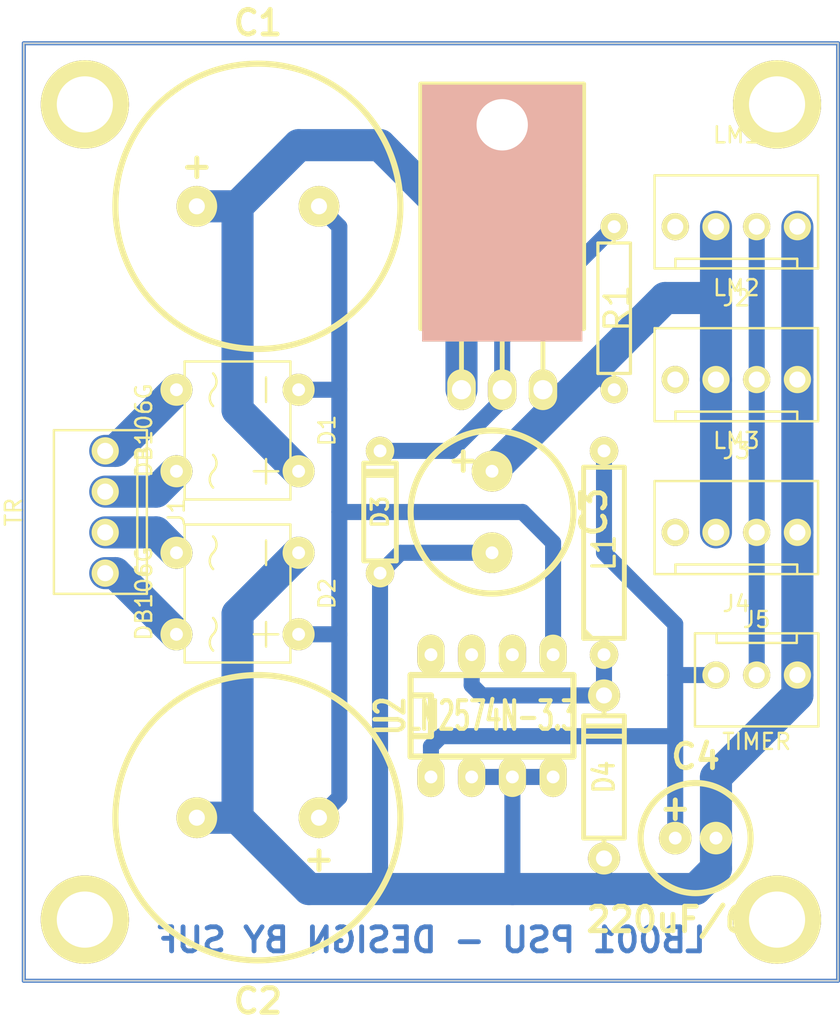
<source format=kicad_pcb>
(kicad_pcb (version 3) (host pcbnew "(2013-07-07 BZR 4022)-stable")

  (general
    (links 37)
    (no_connects 1)
    (area 94.8436 119.217018 159.1564 184.6834)
    (thickness 1.6)
    (drawings 5)
    (tracks 86)
    (zones 0)
    (modules 21)
    (nets 13)
  )

  (page A4)
  (layers
    (15 F.Cu signal)
    (0 B.Cu signal)
    (16 B.Adhes user)
    (17 F.Adhes user)
    (18 B.Paste user)
    (19 F.Paste user)
    (20 B.SilkS user)
    (21 F.SilkS user)
    (22 B.Mask user)
    (23 F.Mask user)
    (24 Dwgs.User user)
    (25 Cmts.User user)
    (26 Eco1.User user)
    (27 Eco2.User user)
    (28 Edge.Cuts user)
  )

  (setup
    (last_trace_width 1)
    (user_trace_width 0.5)
    (user_trace_width 1)
    (user_trace_width 2)
    (trace_clearance 0.254)
    (zone_clearance 0.508)
    (zone_45_only no)
    (trace_min 0.254)
    (segment_width 0.2)
    (edge_width 0.1)
    (via_size 0.889)
    (via_drill 0.635)
    (via_min_size 0.889)
    (via_min_drill 0.508)
    (uvia_size 0.508)
    (uvia_drill 0.127)
    (uvias_allowed no)
    (uvia_min_size 0.508)
    (uvia_min_drill 0.127)
    (pcb_text_width 0.3)
    (pcb_text_size 1.5 1.5)
    (mod_edge_width 0.3)
    (mod_text_size 1 1)
    (mod_text_width 0.15)
    (pad_size 1.7 2.5)
    (pad_drill 0.8001)
    (pad_to_mask_clearance 0)
    (aux_axis_origin 101.6 182.245)
    (visible_elements 7FFFFFFF)
    (pcbplotparams
      (layerselection 1)
      (usegerberextensions false)
      (excludeedgelayer true)
      (linewidth 0.150000)
      (plotframeref false)
      (viasonmask false)
      (mode 1)
      (useauxorigin false)
      (hpglpennumber 1)
      (hpglpenspeed 20)
      (hpglpendiameter 15)
      (hpglpenoverlay 2)
      (psnegative false)
      (psa4output false)
      (plotreference true)
      (plotvalue true)
      (plotothertext true)
      (plotinvisibletext false)
      (padsonsilk false)
      (subtractmaskfromsilk false)
      (outputformat 2)
      (mirror false)
      (drillshape 1)
      (scaleselection 1)
      (outputdirectory PSU_GERBER/))
  )

  (net 0 "")
  (net 1 N-0000010)
  (net 2 N-0000011)
  (net 3 N-0000012)
  (net 4 N-0000013)
  (net 5 N-0000014)
  (net 6 N-0000015)
  (net 7 N-000004)
  (net 8 N-000005)
  (net 9 N-000006)
  (net 10 N-000007)
  (net 11 N-000008)
  (net 12 N-000009)

  (net_class Default "This is the default net class."
    (clearance 0.254)
    (trace_width 0.254)
    (via_dia 0.889)
    (via_drill 0.635)
    (uvia_dia 0.508)
    (uvia_drill 0.127)
    (add_net "")
    (add_net N-0000010)
    (add_net N-0000011)
    (add_net N-0000012)
    (add_net N-0000013)
    (add_net N-0000014)
    (add_net N-0000015)
    (add_net N-000004)
    (add_net N-000005)
    (add_net N-000006)
    (add_net N-000007)
    (add_net N-000008)
    (add_net N-000009)
  )

  (module R5 (layer F.Cu) (tedit 525A9576) (tstamp 525AA6F5)
    (at 137.795 155.575 90)
    (descr "Resistance 5 pas")
    (tags R)
    (path /522AAC3F)
    (autoplace_cost180 10)
    (fp_text reference L1 (at 0 0 90) (layer F.SilkS)
      (effects (font (size 1.397 1.27) (thickness 0.2032)))
    )
    (fp_text value 330uH (at 0 0 90) (layer F.SilkS) hide
      (effects (font (size 1.397 1.27) (thickness 0.2032)))
    )
    (fp_line (start -6.35 0) (end -5.334 0) (layer F.SilkS) (width 0.3048))
    (fp_line (start 6.35 0) (end 5.334 0) (layer F.SilkS) (width 0.3048))
    (fp_line (start 5.334 -1.27) (end 5.334 1.27) (layer F.SilkS) (width 0.3048))
    (fp_line (start 5.334 1.27) (end -5.334 1.27) (layer F.SilkS) (width 0.3048))
    (fp_line (start -5.334 1.27) (end -5.334 -1.27) (layer F.SilkS) (width 0.3048))
    (fp_line (start -5.334 -1.27) (end 5.334 -1.27) (layer F.SilkS) (width 0.3048))
    (fp_line (start -5.334 -0.762) (end -4.826 -1.27) (layer F.SilkS) (width 0.3048))
    (pad 1 thru_hole circle (at -6.35 0 90) (size 1.778 1.778) (drill 0.8)
      (layers *.Cu *.Mask F.SilkS)
      (net 5 N-0000014)
    )
    (pad 2 thru_hole circle (at 6.35 0 90) (size 1.778 1.778) (drill 0.8)
      (layers *.Cu *.Mask F.SilkS)
      (net 4 N-0000013)
    )
    (model discret/resistor.wrl
      (at (xyz 0 0 0))
      (scale (xyz 0.5 0.5 0.5))
      (rotate (xyz 0 0 0))
    )
  )

  (module R4 (layer F.Cu) (tedit 5263541E) (tstamp 525AA702)
    (at 138.43 140.335 90)
    (descr "Resitance 4 pas")
    (tags R)
    (path /522AAB3F)
    (autoplace_cost180 10)
    (fp_text reference R1 (at 0 0.18 90) (layer F.SilkS)
      (effects (font (size 1.5 1.5) (thickness 0.2032)))
    )
    (fp_text value 2,2K (at 0 0 90) (layer F.SilkS) hide
      (effects (font (size 1.397 1.27) (thickness 0.2032)))
    )
    (fp_line (start -5.08 0) (end -4.064 0) (layer F.SilkS) (width 0.2))
    (fp_line (start -4.064 0) (end -4.064 -1.016) (layer F.SilkS) (width 0.2))
    (fp_line (start -4.064 -1.016) (end 4.064 -1.016) (layer F.SilkS) (width 0.2))
    (fp_line (start 4.064 -1.016) (end 4.064 1.016) (layer F.SilkS) (width 0.2))
    (fp_line (start 4.064 1.016) (end -4.064 1.016) (layer F.SilkS) (width 0.2))
    (fp_line (start -4.064 1.016) (end -4.064 0) (layer F.SilkS) (width 0.2))
    (fp_line (start 5.08 0) (end 4.064 0) (layer F.SilkS) (width 0.2))
    (pad 1 thru_hole circle (at -5.08 0 90) (size 1.7 1.7) (drill 0.8001)
      (layers *.Cu *.Mask F.SilkS)
      (net 11 N-000008)
    )
    (pad 2 thru_hole circle (at 5.08 0 90) (size 1.7 1.7) (drill 0.8001)
      (layers *.Cu *.Mask F.SilkS)
      (net 9 N-000006)
    )
    (model discret/resistor.wrl
      (at (xyz 0 0 0))
      (scale (xyz 0.4 0.4 0.4))
      (rotate (xyz 0 0 0))
    )
  )

  (module DIP-8 (layer F.Cu) (tedit 5263549F) (tstamp 525AA715)
    (at 130.81 165.735)
    (descr "8 pins DIL package, elliptical pads")
    (tags DIL)
    (path /522AAB0E)
    (fp_text reference U2 (at -6.35 0 90) (layer F.SilkS)
      (effects (font (size 1.778 1.143) (thickness 0.3048)))
    )
    (fp_text value LM2574N-3.3 (at 0 0) (layer F.SilkS)
      (effects (font (size 1.778 1.016) (thickness 0.254)))
    )
    (fp_line (start -5.08 -1.27) (end -3.81 -1.27) (layer F.SilkS) (width 0.381))
    (fp_line (start -3.81 -1.27) (end -3.81 1.27) (layer F.SilkS) (width 0.381))
    (fp_line (start -3.81 1.27) (end -5.08 1.27) (layer F.SilkS) (width 0.381))
    (fp_line (start -5.08 -2.54) (end 5.08 -2.54) (layer F.SilkS) (width 0.381))
    (fp_line (start 5.08 -2.54) (end 5.08 2.54) (layer F.SilkS) (width 0.381))
    (fp_line (start 5.08 2.54) (end -5.08 2.54) (layer F.SilkS) (width 0.381))
    (fp_line (start -5.08 2.54) (end -5.08 -2.54) (layer F.SilkS) (width 0.381))
    (pad 1 thru_hole oval (at -3.81 3.81) (size 1.7 2.5) (drill 0.8001)
      (layers *.Cu *.Mask F.SilkS)
      (net 4 N-0000013)
    )
    (pad 2 thru_hole oval (at -1.27 3.81) (size 1.7 2.5) (drill 0.8001)
      (layers *.Cu *.Mask F.SilkS)
      (net 1 N-0000010)
    )
    (pad 3 thru_hole oval (at 1.27 3.81) (size 1.7 2.5) (drill 0.8001)
      (layers *.Cu *.Mask F.SilkS)
      (net 1 N-0000010)
    )
    (pad 4 thru_hole oval (at 3.81 3.81) (size 1.7 2.5) (drill 0.8001)
      (layers *.Cu *.Mask F.SilkS)
      (net 1 N-0000010)
    )
    (pad 5 thru_hole oval (at 3.81 -3.81) (size 1.7 2.5) (drill 0.8001)
      (layers *.Cu *.Mask F.SilkS)
      (net 6 N-0000015)
    )
    (pad 6 thru_hole oval (at 1.27 -3.81) (size 1.7 2.5) (drill 0.8001)
      (layers *.Cu *.Mask F.SilkS)
    )
    (pad 7 thru_hole oval (at -1.27 -3.81) (size 1.7 2.5) (drill 0.8001)
      (layers *.Cu *.Mask F.SilkS)
      (net 5 N-0000014)
    )
    (pad 8 thru_hole oval (at -3.81 -3.81) (size 1.7 2.5) (drill 0.8001)
      (layers *.Cu *.Mask F.SilkS)
    )
    (model dil/dil_8.wrl
      (at (xyz 0 0 0))
      (scale (xyz 1 1 1))
      (rotate (xyz 0 0 0))
    )
  )

  (module DB-4 (layer F.Cu) (tedit 525A2562) (tstamp 525AA728)
    (at 114.935 158.115 270)
    (path /522AA2BE)
    (fp_text reference D2 (at 0 -5.588 270) (layer F.SilkS)
      (effects (font (size 1 1) (thickness 0.15)))
    )
    (fp_text value DB106G (at 0 5.842 270) (layer F.SilkS)
      (effects (font (size 1 1) (thickness 0.15)))
    )
    (fp_line (start 2.54 -2.54) (end 2.54 -1.016) (layer F.SilkS) (width 0.15))
    (fp_line (start 1.778 -1.778) (end 3.302 -1.778) (layer F.SilkS) (width 0.15))
    (fp_line (start -3.302 -1.778) (end -1.778 -1.778) (layer F.SilkS) (width 0.15))
    (fp_arc (start 2.032 2.032) (end 1.524 1.524) (angle 90) (layer F.SilkS) (width 0.15))
    (fp_arc (start 3.048 1.016) (end 3.556 1.524) (angle 90) (layer F.SilkS) (width 0.15))
    (fp_arc (start -2.032 1.016) (end -1.524 1.524) (angle 90) (layer F.SilkS) (width 0.15))
    (fp_arc (start -3.048 2.032) (end -3.556 1.524) (angle 90) (layer F.SilkS) (width 0.15))
    (fp_line (start -4.3 -3.3) (end 4.3 -3.3) (layer F.SilkS) (width 0.15))
    (fp_line (start 4.3 -3.3) (end 4.3 3.3) (layer F.SilkS) (width 0.15))
    (fp_line (start 4.3 3.3) (end -4.3 3.3) (layer F.SilkS) (width 0.15))
    (fp_line (start -4.3 3.3) (end -4.3 -3.3) (layer F.SilkS) (width 0.15))
    (pad 1 thru_hole circle (at -2.54 -3.81 270) (size 2 2) (drill 0.8)
      (layers *.Cu *.Mask F.SilkS)
      (net 1 N-0000010)
    )
    (pad 2 thru_hole circle (at -2.54 3.81 270) (size 2 2) (drill 0.8)
      (layers *.Cu *.Mask F.SilkS)
      (net 7 N-000004)
    )
    (pad 3 thru_hole circle (at 2.54 3.81 270) (size 2 2) (drill 0.8)
      (layers *.Cu *.Mask F.SilkS)
      (net 2 N-0000011)
    )
    (pad 4 thru_hole circle (at 2.54 -3.81 270) (size 2 2) (drill 0.8)
      (layers *.Cu *.Mask F.SilkS)
      (net 6 N-0000015)
    )
  )

  (module DB-4 (layer F.Cu) (tedit 525A2562) (tstamp 525B49E0)
    (at 114.935 147.955 270)
    (path /522AA2AF)
    (fp_text reference D1 (at 0 -5.588 270) (layer F.SilkS)
      (effects (font (size 1 1) (thickness 0.15)))
    )
    (fp_text value DB106G (at 0 5.842 270) (layer F.SilkS)
      (effects (font (size 1 1) (thickness 0.15)))
    )
    (fp_line (start 2.54 -2.54) (end 2.54 -1.016) (layer F.SilkS) (width 0.15))
    (fp_line (start 1.778 -1.778) (end 3.302 -1.778) (layer F.SilkS) (width 0.15))
    (fp_line (start -3.302 -1.778) (end -1.778 -1.778) (layer F.SilkS) (width 0.15))
    (fp_arc (start 2.032 2.032) (end 1.524 1.524) (angle 90) (layer F.SilkS) (width 0.15))
    (fp_arc (start 3.048 1.016) (end 3.556 1.524) (angle 90) (layer F.SilkS) (width 0.15))
    (fp_arc (start -2.032 1.016) (end -1.524 1.524) (angle 90) (layer F.SilkS) (width 0.15))
    (fp_arc (start -3.048 2.032) (end -3.556 1.524) (angle 90) (layer F.SilkS) (width 0.15))
    (fp_line (start -4.3 -3.3) (end 4.3 -3.3) (layer F.SilkS) (width 0.15))
    (fp_line (start 4.3 -3.3) (end 4.3 3.3) (layer F.SilkS) (width 0.15))
    (fp_line (start 4.3 3.3) (end -4.3 3.3) (layer F.SilkS) (width 0.15))
    (fp_line (start -4.3 3.3) (end -4.3 -3.3) (layer F.SilkS) (width 0.15))
    (pad 1 thru_hole circle (at -2.54 -3.81 270) (size 2 2) (drill 0.8)
      (layers *.Cu *.Mask F.SilkS)
      (net 6 N-0000015)
    )
    (pad 2 thru_hole circle (at -2.54 3.81 270) (size 2 2) (drill 0.8)
      (layers *.Cu *.Mask F.SilkS)
      (net 3 N-0000012)
    )
    (pad 3 thru_hole circle (at 2.54 3.81 270) (size 2 2) (drill 0.8)
      (layers *.Cu *.Mask F.SilkS)
      (net 8 N-000005)
    )
    (pad 4 thru_hole circle (at 2.54 -3.81 270) (size 2 2) (drill 0.8)
      (layers *.Cu *.Mask F.SilkS)
      (net 12 N-000009)
    )
  )

  (module D4 (layer F.Cu) (tedit 525A9480) (tstamp 525AA749)
    (at 137.795 169.545 90)
    (descr "Diode 4 pas")
    (tags "DIODE DEV")
    (path /522AAC4E)
    (fp_text reference D4 (at 0 0 90) (layer F.SilkS)
      (effects (font (size 1.27 1.016) (thickness 0.2032)))
    )
    (fp_text value 1N5819 (at 0 0 90) (layer F.SilkS) hide
      (effects (font (size 1.27 1.016) (thickness 0.2032)))
    )
    (fp_line (start -3.81 -1.27) (end 3.81 -1.27) (layer F.SilkS) (width 0.3048))
    (fp_line (start 3.81 -1.27) (end 3.81 1.27) (layer F.SilkS) (width 0.3048))
    (fp_line (start 3.81 1.27) (end -3.81 1.27) (layer F.SilkS) (width 0.3048))
    (fp_line (start -3.81 1.27) (end -3.81 -1.27) (layer F.SilkS) (width 0.3048))
    (fp_line (start 3.175 -1.27) (end 3.175 1.27) (layer F.SilkS) (width 0.3048))
    (fp_line (start 2.54 1.27) (end 2.54 -1.27) (layer F.SilkS) (width 0.3048))
    (fp_line (start -3.81 0) (end -5.08 0) (layer F.SilkS) (width 0.3048))
    (fp_line (start 3.81 0) (end 5.08 0) (layer F.SilkS) (width 0.3048))
    (pad 1 thru_hole circle (at -5.08 0 90) (size 2 2) (drill 1)
      (layers *.Cu *.Mask F.SilkS)
      (net 1 N-0000010)
    )
    (pad 2 thru_hole circle (at 5.08 0 90) (size 2 2) (drill 1)
      (layers *.Cu *.Mask F.SilkS)
      (net 5 N-0000014)
    )
    (model discret/diode.wrl
      (at (xyz 0 0 0))
      (scale (xyz 0.4 0.4 0.4))
      (rotate (xyz 0 0 0))
    )
  )

  (module D3 (layer F.Cu) (tedit 525A75FB) (tstamp 525AA759)
    (at 123.825 153.035 90)
    (descr "Diode 3 pas")
    (tags "DIODE DEV")
    (path /523D6081)
    (fp_text reference D3 (at 0 0 90) (layer F.SilkS)
      (effects (font (size 1.016 1.016) (thickness 0.2032)))
    )
    (fp_text value "1N5260B (43V)" (at 0 0 90) (layer F.SilkS) hide
      (effects (font (size 1.016 1.016) (thickness 0.2032)))
    )
    (fp_line (start 3.81 0) (end 3.048 0) (layer F.SilkS) (width 0.3048))
    (fp_line (start 3.048 0) (end 3.048 -1.016) (layer F.SilkS) (width 0.3048))
    (fp_line (start 3.048 -1.016) (end -3.048 -1.016) (layer F.SilkS) (width 0.3048))
    (fp_line (start -3.048 -1.016) (end -3.048 0) (layer F.SilkS) (width 0.3048))
    (fp_line (start -3.048 0) (end -3.81 0) (layer F.SilkS) (width 0.3048))
    (fp_line (start -3.048 0) (end -3.048 1.016) (layer F.SilkS) (width 0.3048))
    (fp_line (start -3.048 1.016) (end 3.048 1.016) (layer F.SilkS) (width 0.3048))
    (fp_line (start 3.048 1.016) (end 3.048 0) (layer F.SilkS) (width 0.3048))
    (fp_line (start 2.54 -1.016) (end 2.54 1.016) (layer F.SilkS) (width 0.3048))
    (fp_line (start 2.286 1.016) (end 2.286 -1.016) (layer F.SilkS) (width 0.3048))
    (pad 2 thru_hole circle (at 3.81 0 90) (size 1.778 1.778) (drill 0.8001)
      (layers *.Cu *.Mask F.SilkS)
      (net 9 N-000006)
    )
    (pad 1 thru_hole circle (at -3.81 0 90) (size 1.778 1.778) (drill 0.8001)
      (layers *.Cu *.Mask F.SilkS)
      (net 1 N-0000010)
    )
    (model discret/diode.wrl
      (at (xyz 0 0 0))
      (scale (xyz 0.3 0.3 0.3))
      (rotate (xyz 0 0 0))
    )
  )

  (module CONN_NCW254-04S (layer F.Cu) (tedit 525A1E9F) (tstamp 525AA768)
    (at 106.68 153.035 270)
    (path /5244A40C)
    (fp_text reference J1 (at 0 -4.445 270) (layer F.SilkS)
      (effects (font (size 1 1) (thickness 0.15)))
    )
    (fp_text value TR (at 0 5.715 270) (layer F.SilkS)
      (effects (font (size 1 1) (thickness 0.15)))
    )
    (fp_line (start 3.8 -2) (end -3.8 -2) (layer F.SilkS) (width 0.15))
    (fp_line (start 5.1 -2.6) (end -5.1 -2.6) (layer F.SilkS) (width 0.15))
    (fp_line (start -5.1 3.2) (end 5.1 3.2) (layer F.SilkS) (width 0.15))
    (fp_line (start -3.8 -2.6) (end -3.8 -2) (layer F.SilkS) (width 0.15))
    (fp_line (start 3.8 -2) (end 3.8 -2.6) (layer F.SilkS) (width 0.15))
    (fp_line (start 5.1 -2.6) (end 5.1 3.2) (layer F.SilkS) (width 0.15))
    (fp_line (start -5.1 3.2) (end -5.1 -2.6) (layer F.SilkS) (width 0.15))
    (pad 2 thru_hole circle (at -1.27 0 270) (size 1.7 1.7) (drill 1)
      (layers *.Cu *.Mask F.SilkS)
      (net 8 N-000005)
    )
    (pad 3 thru_hole circle (at 1.27 0 270) (size 1.7 1.7) (drill 1)
      (layers *.Cu *.Mask F.SilkS)
      (net 7 N-000004)
    )
    (pad 4 thru_hole circle (at 3.81 0 270) (size 1.7 1.7) (drill 1)
      (layers *.Cu *.Mask F.SilkS)
      (net 2 N-0000011)
    )
    (pad 1 thru_hole circle (at -3.81 0 270) (size 1.7 1.7) (drill 1)
      (layers *.Cu *.Mask F.SilkS)
      (net 3 N-0000012)
    )
  )

  (module CONN_NCW254-04S (layer F.Cu) (tedit 525A1E9F) (tstamp 525AA777)
    (at 146.05 135.255 180)
    (path /5244A4CC)
    (fp_text reference J2 (at 0 -4.445 180) (layer F.SilkS)
      (effects (font (size 1 1) (thickness 0.15)))
    )
    (fp_text value LM1 (at 0 5.715 180) (layer F.SilkS)
      (effects (font (size 1 1) (thickness 0.15)))
    )
    (fp_line (start 3.8 -2) (end -3.8 -2) (layer F.SilkS) (width 0.15))
    (fp_line (start 5.1 -2.6) (end -5.1 -2.6) (layer F.SilkS) (width 0.15))
    (fp_line (start -5.1 3.2) (end 5.1 3.2) (layer F.SilkS) (width 0.15))
    (fp_line (start -3.8 -2.6) (end -3.8 -2) (layer F.SilkS) (width 0.15))
    (fp_line (start 3.8 -2) (end 3.8 -2.6) (layer F.SilkS) (width 0.15))
    (fp_line (start 5.1 -2.6) (end 5.1 3.2) (layer F.SilkS) (width 0.15))
    (fp_line (start -5.1 3.2) (end -5.1 -2.6) (layer F.SilkS) (width 0.15))
    (pad 2 thru_hole circle (at -1.27 0 180) (size 1.7 1.7) (drill 1)
      (layers *.Cu *.Mask F.SilkS)
      (net 10 N-000007)
    )
    (pad 3 thru_hole circle (at 1.27 0 180) (size 1.7 1.7) (drill 1)
      (layers *.Cu *.Mask F.SilkS)
      (net 11 N-000008)
    )
    (pad 4 thru_hole circle (at 3.81 0 180) (size 1.7 1.7) (drill 1)
      (layers *.Cu *.Mask F.SilkS)
    )
    (pad 1 thru_hole circle (at -3.81 0 180) (size 1.7 1.7) (drill 1)
      (layers *.Cu *.Mask F.SilkS)
      (net 1 N-0000010)
    )
  )

  (module CONN_NCW254-04S (layer F.Cu) (tedit 525A1E9F) (tstamp 525AA786)
    (at 146.05 144.78 180)
    (path /5244A4DB)
    (fp_text reference J3 (at 0 -4.445 180) (layer F.SilkS)
      (effects (font (size 1 1) (thickness 0.15)))
    )
    (fp_text value LM2 (at 0 5.715 180) (layer F.SilkS)
      (effects (font (size 1 1) (thickness 0.15)))
    )
    (fp_line (start 3.8 -2) (end -3.8 -2) (layer F.SilkS) (width 0.15))
    (fp_line (start 5.1 -2.6) (end -5.1 -2.6) (layer F.SilkS) (width 0.15))
    (fp_line (start -5.1 3.2) (end 5.1 3.2) (layer F.SilkS) (width 0.15))
    (fp_line (start -3.8 -2.6) (end -3.8 -2) (layer F.SilkS) (width 0.15))
    (fp_line (start 3.8 -2) (end 3.8 -2.6) (layer F.SilkS) (width 0.15))
    (fp_line (start 5.1 -2.6) (end 5.1 3.2) (layer F.SilkS) (width 0.15))
    (fp_line (start -5.1 3.2) (end -5.1 -2.6) (layer F.SilkS) (width 0.15))
    (pad 2 thru_hole circle (at -1.27 0 180) (size 1.7 1.7) (drill 1)
      (layers *.Cu *.Mask F.SilkS)
      (net 10 N-000007)
    )
    (pad 3 thru_hole circle (at 1.27 0 180) (size 1.7 1.7) (drill 1)
      (layers *.Cu *.Mask F.SilkS)
      (net 11 N-000008)
    )
    (pad 4 thru_hole circle (at 3.81 0 180) (size 1.7 1.7) (drill 1)
      (layers *.Cu *.Mask F.SilkS)
    )
    (pad 1 thru_hole circle (at -3.81 0 180) (size 1.7 1.7) (drill 1)
      (layers *.Cu *.Mask F.SilkS)
      (net 1 N-0000010)
    )
  )

  (module CONN_NCW254-04S (layer F.Cu) (tedit 525A1E9F) (tstamp 525AA795)
    (at 146.05 154.305 180)
    (path /5244A4EA)
    (fp_text reference J4 (at 0 -4.445 180) (layer F.SilkS)
      (effects (font (size 1 1) (thickness 0.15)))
    )
    (fp_text value LM3 (at 0 5.715 180) (layer F.SilkS)
      (effects (font (size 1 1) (thickness 0.15)))
    )
    (fp_line (start 3.8 -2) (end -3.8 -2) (layer F.SilkS) (width 0.15))
    (fp_line (start 5.1 -2.6) (end -5.1 -2.6) (layer F.SilkS) (width 0.15))
    (fp_line (start -5.1 3.2) (end 5.1 3.2) (layer F.SilkS) (width 0.15))
    (fp_line (start -3.8 -2.6) (end -3.8 -2) (layer F.SilkS) (width 0.15))
    (fp_line (start 3.8 -2) (end 3.8 -2.6) (layer F.SilkS) (width 0.15))
    (fp_line (start 5.1 -2.6) (end 5.1 3.2) (layer F.SilkS) (width 0.15))
    (fp_line (start -5.1 3.2) (end -5.1 -2.6) (layer F.SilkS) (width 0.15))
    (pad 2 thru_hole circle (at -1.27 0 180) (size 1.7 1.7) (drill 1)
      (layers *.Cu *.Mask F.SilkS)
      (net 10 N-000007)
    )
    (pad 3 thru_hole circle (at 1.27 0 180) (size 1.7 1.7) (drill 1)
      (layers *.Cu *.Mask F.SilkS)
      (net 11 N-000008)
    )
    (pad 4 thru_hole circle (at 3.81 0 180) (size 1.7 1.7) (drill 1)
      (layers *.Cu *.Mask F.SilkS)
    )
    (pad 1 thru_hole circle (at -3.81 0 180) (size 1.7 1.7) (drill 1)
      (layers *.Cu *.Mask F.SilkS)
      (net 1 N-0000010)
    )
  )

  (module CONN_NCW254-03S (layer F.Cu) (tedit 525A1FCA) (tstamp 525AA7A3)
    (at 147.32 163.195)
    (path /5244A55B)
    (fp_text reference J5 (at 0 -3.45) (layer F.SilkS)
      (effects (font (size 1 1) (thickness 0.15)))
    )
    (fp_text value TIMER (at 0 4.15) (layer F.SilkS)
      (effects (font (size 1 1) (thickness 0.15)))
    )
    (fp_line (start 2.5 -2) (end -2.5 -2) (layer F.SilkS) (width 0.15))
    (fp_line (start 2.5 -2.6) (end 2.5 -2) (layer F.SilkS) (width 0.15))
    (fp_line (start -2.5 -2.6) (end -2.5 -2) (layer F.SilkS) (width 0.15))
    (fp_line (start 3.85 -2.6) (end 3.85 3.2) (layer F.SilkS) (width 0.15))
    (fp_line (start -3.85 -2.6) (end 3.85 -2.6) (layer F.SilkS) (width 0.15))
    (fp_line (start -3.85 3.2) (end -3.85 -2.6) (layer F.SilkS) (width 0.15))
    (fp_line (start -3.85 3.2) (end 3.85 3.2) (layer F.SilkS) (width 0.15))
    (pad 2 thru_hole circle (at 0 0) (size 1.7 1.7) (drill 1)
      (layers *.Cu *.Mask F.SilkS)
      (net 10 N-000007)
    )
    (pad 3 thru_hole circle (at 2.54 0) (size 1.7 1.7) (drill 1)
      (layers *.Cu *.Mask F.SilkS)
      (net 1 N-0000010)
    )
    (pad 1 thru_hole circle (at -2.54 0) (size 1.7 1.7) (drill 1)
      (layers *.Cu *.Mask F.SilkS)
      (net 4 N-0000013)
    )
  )

  (module C3P_D7 (layer F.Cu) (tedit 4AD8E8B8) (tstamp 525B49F2)
    (at 116.205 133.985)
    (path /522AA378)
    (fp_text reference C1 (at 0 -11.43) (layer F.SilkS)
      (effects (font (size 1.524 1.524) (thickness 0.3048)))
    )
    (fp_text value 1000uF/35V (at 0 10.16) (layer F.SilkS) hide
      (effects (font (size 1.524 1.524) (thickness 0.3048)))
    )
    (fp_text user + (at -3.81 -2.54) (layer F.SilkS)
      (effects (font (size 1.524 1.524) (thickness 0.3048)))
    )
    (fp_circle (center 0 0) (end 8.89 0) (layer F.SilkS) (width 0.381))
    (pad 1 thru_hole circle (at -3.81 0) (size 2.54 2.54) (drill 1.00076)
      (layers *.Cu *.Mask F.SilkS)
      (net 12 N-000009)
    )
    (pad 2 thru_hole circle (at 3.81 0) (size 2.54 2.54) (drill 1.00076)
      (layers *.Cu *.Mask F.SilkS)
      (net 6 N-0000015)
    )
  )

  (module C3P_D7 (layer F.Cu) (tedit 4AD8E8B8) (tstamp 525B49E9)
    (at 116.205 172.085 180)
    (path /522AA387)
    (fp_text reference C2 (at 0 -11.43 180) (layer F.SilkS)
      (effects (font (size 1.524 1.524) (thickness 0.3048)))
    )
    (fp_text value 1000uF/35V (at 0 10.16 180) (layer F.SilkS) hide
      (effects (font (size 1.524 1.524) (thickness 0.3048)))
    )
    (fp_text user + (at -3.81 -2.54 180) (layer F.SilkS)
      (effects (font (size 1.524 1.524) (thickness 0.3048)))
    )
    (fp_circle (center 0 0) (end 8.89 0) (layer F.SilkS) (width 0.381))
    (pad 1 thru_hole circle (at -3.81 0 180) (size 2.54 2.54) (drill 1.00076)
      (layers *.Cu *.Mask F.SilkS)
      (net 6 N-0000015)
    )
    (pad 2 thru_hole circle (at 3.81 0 180) (size 2.54 2.54) (drill 1.00076)
      (layers *.Cu *.Mask F.SilkS)
      (net 1 N-0000010)
    )
  )

  (module C2P_D4 (layer F.Cu) (tedit 4AD8C32C) (tstamp 525AA7BB)
    (at 130.81 153.035 270)
    (path /525A95FE)
    (fp_text reference C3 (at 0 -6.35 270) (layer F.SilkS)
      (effects (font (size 1.524 1.524) (thickness 0.3048)))
    )
    (fp_text value 22uF/63V (at 0 6.35 270) (layer F.SilkS) hide
      (effects (font (size 1.524 1.524) (thickness 0.3048)))
    )
    (fp_text user + (at -3.175 1.905 270) (layer F.SilkS)
      (effects (font (size 1.524 1.524) (thickness 0.3048)))
    )
    (fp_circle (center 0 0) (end 5.08 0) (layer F.SilkS) (width 0.381))
    (pad 1 thru_hole circle (at -2.54 0 270) (size 2.54 2.54) (drill 0.8001)
      (layers *.Cu *.Mask F.SilkS)
      (net 11 N-000008)
    )
    (pad 2 thru_hole circle (at 2.54 0 270) (size 2.54 2.54) (drill 0.8001)
      (layers *.Cu *.Mask F.SilkS)
      (net 1 N-0000010)
    )
  )

  (module C1P_D2.7 (layer F.Cu) (tedit 4AE02912) (tstamp 525AA7C3)
    (at 143.51 173.355)
    (path /522AAC76)
    (fp_text reference C4 (at 0 -5.08) (layer F.SilkS)
      (effects (font (size 1.524 1.524) (thickness 0.3048)))
    )
    (fp_text value 220uF/6.3V (at 0 5.08) (layer F.SilkS)
      (effects (font (size 1.524 1.524) (thickness 0.3048)))
    )
    (fp_circle (center 0 0) (end 3.429 0.127) (layer F.SilkS) (width 0.381))
    (fp_text user + (at -1.27 -1.905) (layer F.SilkS)
      (effects (font (size 1.524 1.524) (thickness 0.3048)))
    )
    (pad 1 thru_hole circle (at -1.27 0) (size 2.032 2.032) (drill 0.8001)
      (layers *.Cu *.Mask F.SilkS)
      (net 4 N-0000013)
    )
    (pad 2 thru_hole circle (at 1.27 0) (size 2.032 2.032) (drill 0.8001)
      (layers *.Cu *.Mask F.SilkS)
      (net 1 N-0000010)
    )
  )

  (module TO220 (layer F.Cu) (tedit 525AD924) (tstamp 525AA6E8)
    (at 131.445 145.415 90)
    (descr "Transistor TO 220")
    (tags "TR TO220 DEV")
    (path /523D6057)
    (fp_text reference U1 (at 6.985 0 180) (layer F.SilkS)
      (effects (font (size 1.016 1.016) (thickness 0.2032)))
    )
    (fp_text value 7805 (at 10.795 0 180) (layer F.SilkS)
      (effects (font (size 1.016 1.016) (thickness 0.2032)))
    )
    (fp_line (start 0 2.54) (end 3.81 2.54) (layer F.SilkS) (width 0.3))
    (fp_line (start 0 0) (end 3.81 0) (layer F.SilkS) (width 0.3))
    (fp_line (start 0 -2.54) (end 3.81 -2.54) (layer F.SilkS) (width 0.3))
    (fp_line (start 3.81 5.08) (end 19.05 5.08) (layer F.SilkS) (width 0.3048))
    (fp_line (start 19.05 5.08) (end 19.05 -5.08) (layer F.SilkS) (width 0.3048))
    (fp_line (start 19.05 -5.08) (end 3.81 -5.08) (layer F.SilkS) (width 0.3048))
    (fp_line (start 3.81 -5.08) (end 3.81 5.08) (layer F.SilkS) (width 0.3048))
    (fp_line (start 12.7 3.81) (end 12.7 -5.08) (layer F.SilkS) (width 0.3048))
    (fp_line (start 12.7 3.81) (end 12.7 5.08) (layer F.SilkS) (width 0.3048))
    (pad 3 thru_hole oval (at 0 2.54 90) (size 2.54 1.778) (drill 1.2)
      (layers *.Cu *.Mask F.SilkS)
      (net 11 N-000008)
    )
    (pad 4 thru_hole rect (at 16.51 0 90) (size 16 10) (drill 3.2 (offset -5.5 0))
      (layers *.SilkS *.Mask F.Cu)
    )
    (pad 1 thru_hole oval (at 0 -2.54 90) (size 2.54 1.778) (drill 1.2)
      (layers *.Cu *.Mask F.SilkS)
      (net 12 N-000009)
    )
    (pad 2 thru_hole oval (at 0 0 90) (size 2.54 1.778) (drill 1.2)
      (layers *.Cu *.Mask F.SilkS)
      (net 9 N-000006)
    )
    (model discret/to220_horiz.wrl
      (at (xyz 0 0 0))
      (scale (xyz 1 1 1))
      (rotate (xyz 0 0 0))
    )
  )

  (module MNT_HOLE_3.5 (layer F.Cu) (tedit 4AAB215B) (tstamp 525B4962)
    (at 105.41 178.435)
    (fp_text reference MNT_HOLE_3.5 (at 0 -6.35) (layer F.SilkS) hide
      (effects (font (size 1.524 1.524) (thickness 0.3048)))
    )
    (fp_text value "" (at 0 0) (layer F.SilkS) hide
      (effects (font (size 1.524 1.524) (thickness 0.3048)))
    )
    (pad "" thru_hole circle (at 0 0) (size 5.4991 5.4991) (drill 3.50012)
      (layers *.Cu *.Mask F.SilkS)
    )
  )

  (module MNT_HOLE_3.5 (layer F.Cu) (tedit 4AAB215B) (tstamp 525B496B)
    (at 105.41 127.635)
    (fp_text reference MNT_HOLE_3.5 (at 0 -6.35) (layer F.SilkS) hide
      (effects (font (size 1.524 1.524) (thickness 0.3048)))
    )
    (fp_text value "" (at 0 0) (layer F.SilkS) hide
      (effects (font (size 1.524 1.524) (thickness 0.3048)))
    )
    (pad "" thru_hole circle (at 0 0) (size 5.4991 5.4991) (drill 3.50012)
      (layers *.Cu *.Mask F.SilkS)
    )
  )

  (module MNT_HOLE_3.5 (layer F.Cu) (tedit 4AAB215B) (tstamp 525B4974)
    (at 148.59 178.435)
    (fp_text reference MNT_HOLE_3.5 (at 0 -6.35) (layer F.SilkS) hide
      (effects (font (size 1.524 1.524) (thickness 0.3048)))
    )
    (fp_text value "" (at 0 0) (layer F.SilkS) hide
      (effects (font (size 1.524 1.524) (thickness 0.3048)))
    )
    (pad "" thru_hole circle (at 0 0) (size 5.4991 5.4991) (drill 3.50012)
      (layers *.Cu *.Mask F.SilkS)
    )
  )

  (module MNT_HOLE_3.5 (layer F.Cu) (tedit 4AAB215B) (tstamp 525B4B61)
    (at 148.59 127.635)
    (fp_text reference MNT_HOLE_3.5 (at 0 -6.35) (layer F.SilkS) hide
      (effects (font (size 1.524 1.524) (thickness 0.3048)))
    )
    (fp_text value "" (at 0 0) (layer F.SilkS) hide
      (effects (font (size 1.524 1.524) (thickness 0.3048)))
    )
    (pad "" thru_hole circle (at 0 0) (size 5.4991 5.4991) (drill 3.50012)
      (layers *.Cu *.Mask F.SilkS)
    )
  )

  (gr_text "LB001 PSU - DESIGN BY SUF" (at 127 179.705) (layer B.Cu)
    (effects (font (size 1.5 1.5) (thickness 0.3)) (justify mirror))
  )
  (gr_line (start 101.6 182.245) (end 101.6 123.825) (angle 90) (layer Edge.Cuts) (width 0.1))
  (gr_line (start 152.4 182.245) (end 101.6 182.245) (angle 90) (layer Edge.Cuts) (width 0.1))
  (gr_line (start 152.4 123.825) (end 152.4 182.245) (angle 90) (layer Edge.Cuts) (width 0.1))
  (gr_line (start 101.6 123.825) (end 152.4 123.825) (angle 90) (layer Edge.Cuts) (width 0.1))

  (segment (start 101.6 123.825) (end 152.4 123.825) (width 0.254) (layer B.Cu) (net 0))
  (segment (start 101.6 182.245) (end 101.6 123.825) (width 0.254) (layer B.Cu) (net 0) (tstamp 526351A5))
  (segment (start 152.4 182.245) (end 101.6 182.245) (width 0.254) (layer B.Cu) (net 0) (tstamp 526351A1))
  (segment (start 152.4 123.825) (end 152.4 182.245) (width 0.254) (layer B.Cu) (net 0) (tstamp 5263519C))
  (segment (start 149.86 163.195) (end 149.86 164.465) (width 2) (layer B.Cu) (net 1))
  (segment (start 144.78 169.545) (end 144.78 173.355) (width 2) (layer B.Cu) (net 1) (tstamp 525B4B46))
  (segment (start 149.86 164.465) (end 144.78 169.545) (width 2) (layer B.Cu) (net 1) (tstamp 525B4B45))
  (segment (start 137.795 176.53) (end 143.51 176.53) (width 2) (layer B.Cu) (net 1))
  (segment (start 143.51 176.53) (end 144.78 175.26) (width 2) (layer B.Cu) (net 1) (tstamp 525B4B28))
  (segment (start 144.78 175.26) (end 144.78 173.355) (width 2) (layer B.Cu) (net 1) (tstamp 525B4B29))
  (segment (start 132.08 176.53) (end 137.795 176.53) (width 2) (layer B.Cu) (net 1))
  (segment (start 137.795 176.53) (end 137.795 174.625) (width 1) (layer B.Cu) (net 1) (tstamp 525B4B15))
  (segment (start 112.395 172.085) (end 114.935 172.085) (width 2) (layer B.Cu) (net 1))
  (segment (start 123.825 156.845) (end 123.825 176.53) (width 1) (layer B.Cu) (net 1))
  (segment (start 123.825 176.53) (end 123.19 176.53) (width 1) (layer B.Cu) (net 1) (tstamp 525B4AE4))
  (segment (start 118.745 155.575) (end 114.935 159.385) (width 2) (layer B.Cu) (net 1))
  (segment (start 114.935 159.385) (end 114.935 172.085) (width 2) (layer B.Cu) (net 1) (tstamp 525B4ADD))
  (segment (start 114.935 172.085) (end 119.38 176.53) (width 2) (layer B.Cu) (net 1) (tstamp 525B4ADE))
  (segment (start 119.38 176.53) (end 123.19 176.53) (width 2) (layer B.Cu) (net 1) (tstamp 525B4ADF))
  (segment (start 132.08 176.53) (end 132.08 169.545) (width 1) (layer B.Cu) (net 1) (tstamp 525B4AE1))
  (segment (start 123.19 176.53) (end 132.08 176.53) (width 2) (layer B.Cu) (net 1) (tstamp 525B4AE7))
  (segment (start 129.54 169.545) (end 132.08 169.545) (width 1) (layer B.Cu) (net 1))
  (segment (start 132.08 169.545) (end 134.62 169.545) (width 1) (layer B.Cu) (net 1) (tstamp 525B4AD4))
  (segment (start 123.825 156.845) (end 125.095 155.575) (width 1) (layer B.Cu) (net 1))
  (segment (start 125.095 155.575) (end 130.81 155.575) (width 1) (layer B.Cu) (net 1) (tstamp 525B4AB2))
  (segment (start 149.86 154.305) (end 149.86 163.195) (width 2) (layer B.Cu) (net 1))
  (segment (start 149.86 144.78) (end 149.86 154.305) (width 2) (layer B.Cu) (net 1))
  (segment (start 149.86 135.255) (end 149.86 144.78) (width 2) (layer B.Cu) (net 1))
  (segment (start 106.68 156.845) (end 107.315 156.845) (width 2) (layer B.Cu) (net 2))
  (segment (start 107.315 156.845) (end 111.125 160.655) (width 2) (layer B.Cu) (net 2) (tstamp 525B4A32))
  (segment (start 106.68 149.225) (end 107.315 149.225) (width 2) (layer B.Cu) (net 3))
  (segment (start 107.315 149.225) (end 111.125 145.415) (width 2) (layer B.Cu) (net 3) (tstamp 525B4A29))
  (segment (start 144.78 163.195) (end 142.24 163.195) (width 1) (layer B.Cu) (net 4))
  (segment (start 137.795 149.225) (end 137.795 155.575) (width 1) (layer B.Cu) (net 4))
  (segment (start 142.24 160.02) (end 142.24 163.195) (width 1) (layer B.Cu) (net 4) (tstamp 525B4B3D))
  (segment (start 142.24 163.195) (end 142.24 167.005) (width 1) (layer B.Cu) (net 4) (tstamp 525B4B43))
  (segment (start 137.795 155.575) (end 142.24 160.02) (width 1) (layer B.Cu) (net 4) (tstamp 525B4B3B))
  (segment (start 127 169.545) (end 127 167.64) (width 1) (layer B.Cu) (net 4))
  (segment (start 142.24 167.005) (end 142.24 173.355) (width 1) (layer B.Cu) (net 4) (tstamp 525B4B38))
  (segment (start 127.635 167.005) (end 142.24 167.005) (width 1) (layer B.Cu) (net 4) (tstamp 525B4B37))
  (segment (start 127 167.64) (end 127.635 167.005) (width 1) (layer B.Cu) (net 4) (tstamp 525B4B36))
  (segment (start 137.795 161.925) (end 137.795 164.465) (width 1) (layer B.Cu) (net 5))
  (segment (start 137.795 164.465) (end 130.175 164.465) (width 1) (layer B.Cu) (net 5))
  (segment (start 129.54 163.83) (end 129.54 161.925) (width 1) (layer B.Cu) (net 5) (tstamp 525B4B10))
  (segment (start 130.175 164.465) (end 129.54 163.83) (width 1) (layer B.Cu) (net 5) (tstamp 525B4B0F))
  (segment (start 121.285 153.035) (end 132.715 153.035) (width 1) (layer B.Cu) (net 6))
  (segment (start 134.62 154.94) (end 134.62 161.925) (width 1) (layer B.Cu) (net 6) (tstamp 525B4AD1))
  (segment (start 132.715 153.035) (end 134.62 154.94) (width 1) (layer B.Cu) (net 6) (tstamp 525B4AD0))
  (segment (start 118.745 160.655) (end 121.285 160.655) (width 1) (layer B.Cu) (net 6))
  (segment (start 118.745 145.415) (end 121.285 145.415) (width 1) (layer B.Cu) (net 6))
  (segment (start 120.015 133.985) (end 121.285 135.255) (width 1) (layer B.Cu) (net 6))
  (segment (start 121.285 170.815) (end 120.015 172.085) (width 1) (layer B.Cu) (net 6) (tstamp 525B4A58))
  (segment (start 121.285 135.255) (end 121.285 145.415) (width 1) (layer B.Cu) (net 6) (tstamp 525B4A57))
  (segment (start 121.285 145.415) (end 121.285 153.035) (width 1) (layer B.Cu) (net 6) (tstamp 525B4A5D))
  (segment (start 121.285 153.035) (end 121.285 160.655) (width 1) (layer B.Cu) (net 6) (tstamp 525B4ACE))
  (segment (start 121.285 160.655) (end 121.285 170.815) (width 1) (layer B.Cu) (net 6) (tstamp 525B4A62))
  (segment (start 106.68 154.305) (end 109.855 154.305) (width 2) (layer B.Cu) (net 7))
  (segment (start 109.855 154.305) (end 111.125 155.575) (width 2) (layer B.Cu) (net 7) (tstamp 525B4A2F))
  (segment (start 106.68 151.765) (end 109.855 151.765) (width 2) (layer B.Cu) (net 8))
  (segment (start 109.855 151.765) (end 111.125 150.495) (width 2) (layer B.Cu) (net 8) (tstamp 525B4A2C))
  (segment (start 131.445 145.415) (end 131.445 146.05) (width 1) (layer B.Cu) (net 9))
  (segment (start 128.27 149.225) (end 123.825 149.225) (width 1) (layer B.Cu) (net 9) (tstamp 525B4AAF))
  (segment (start 131.445 146.05) (end 128.27 149.225) (width 1) (layer B.Cu) (net 9) (tstamp 525B4AAE))
  (segment (start 131.445 145.415) (end 131.445 142.24) (width 1) (layer B.Cu) (net 9))
  (segment (start 131.445 142.24) (end 138.43 135.255) (width 1) (layer B.Cu) (net 9) (tstamp 525B4AA6))
  (segment (start 147.32 154.305) (end 147.32 163.195) (width 1) (layer B.Cu) (net 10))
  (segment (start 147.32 144.78) (end 147.32 154.305) (width 1) (layer B.Cu) (net 10))
  (segment (start 147.32 135.255) (end 147.32 144.78) (width 1) (layer B.Cu) (net 10))
  (segment (start 138.43 145.415) (end 137.16 144.145) (width 1) (layer B.Cu) (net 11) (status 400000))
  (segment (start 133.985 145.415) (end 133.985 146.05) (width 1) (layer B.Cu) (net 11) (status C00000))
  (segment (start 134.62 146.685) (end 133.985 145.415) (width 1) (layer B.Cu) (net 11) (tstamp 526363A0) (status C00000))
  (segment (start 133.985 146.05) (end 134.62 146.685) (width 1) (layer B.Cu) (net 11) (tstamp 5263639A) (status C00000))
  (segment (start 130.81 150.495) (end 137.16 144.145) (width 2) (layer B.Cu) (net 11) (status 400000))
  (segment (start 137.16 144.145) (end 141.605 139.7) (width 2) (layer B.Cu) (net 11) (tstamp 526363A3))
  (segment (start 141.605 139.7) (end 144.78 139.7) (width 2) (layer B.Cu) (net 11) (tstamp 52636383))
  (segment (start 144.78 144.78) (end 144.78 139.7) (width 2) (layer B.Cu) (net 11))
  (segment (start 144.78 139.7) (end 144.78 135.255) (width 2) (layer B.Cu) (net 11) (tstamp 525B4B33))
  (segment (start 144.78 154.305) (end 144.78 144.78) (width 2) (layer B.Cu) (net 11))
  (segment (start 112.395 133.985) (end 114.935 133.985) (width 2) (layer B.Cu) (net 12))
  (segment (start 118.745 150.495) (end 114.935 146.685) (width 2) (layer B.Cu) (net 12))
  (segment (start 114.935 146.685) (end 114.935 133.985) (width 2) (layer B.Cu) (net 12) (tstamp 525B4B6F))
  (segment (start 128.905 135.255) (end 128.905 145.415) (width 2) (layer B.Cu) (net 12) (tstamp 525B4B74))
  (segment (start 114.935 133.985) (end 118.745 130.175) (width 2) (layer B.Cu) (net 12) (tstamp 525B4B70))
  (segment (start 118.745 130.175) (end 123.825 130.175) (width 2) (layer B.Cu) (net 12) (tstamp 525B4B71))
  (segment (start 123.825 130.175) (end 128.905 135.255) (width 2) (layer B.Cu) (net 12) (tstamp 525B4B72))
  (segment (start 114.935 133.985) (end 114.935 133.985) (width 1) (layer B.Cu) (net 12) (tstamp 525B4B7A))

)

</source>
